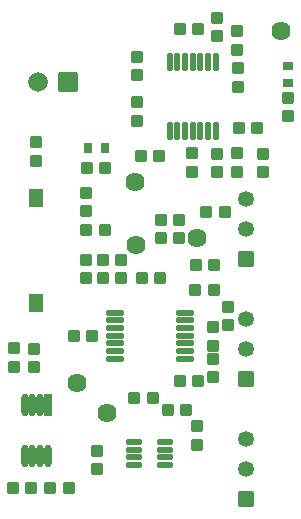
<source format=gbr>
%TF.GenerationSoftware,KiCad,Pcbnew,7.0.7*%
%TF.CreationDate,2023-10-04T23:23:26-04:00*%
%TF.ProjectId,AcousticsSingleChannel,41636f75-7374-4696-9373-53696e676c65,rev?*%
%TF.SameCoordinates,Original*%
%TF.FileFunction,Soldermask,Top*%
%TF.FilePolarity,Negative*%
%FSLAX46Y46*%
G04 Gerber Fmt 4.6, Leading zero omitted, Abs format (unit mm)*
G04 Created by KiCad (PCBNEW 7.0.7) date 2023-10-04 23:23:26*
%MOMM*%
%LPD*%
G01*
G04 APERTURE LIST*
G04 Aperture macros list*
%AMRoundRect*
0 Rectangle with rounded corners*
0 $1 Rounding radius*
0 $2 $3 $4 $5 $6 $7 $8 $9 X,Y pos of 4 corners*
0 Add a 4 corners polygon primitive as box body*
4,1,4,$2,$3,$4,$5,$6,$7,$8,$9,$2,$3,0*
0 Add four circle primitives for the rounded corners*
1,1,$1+$1,$2,$3*
1,1,$1+$1,$4,$5*
1,1,$1+$1,$6,$7*
1,1,$1+$1,$8,$9*
0 Add four rect primitives between the rounded corners*
20,1,$1+$1,$2,$3,$4,$5,0*
20,1,$1+$1,$4,$5,$6,$7,0*
20,1,$1+$1,$6,$7,$8,$9,0*
20,1,$1+$1,$8,$9,$2,$3,0*%
G04 Aperture macros list end*
%ADD10RoundRect,0.099500X0.175500X0.650500X-0.175500X0.650500X-0.175500X-0.650500X0.175500X-0.650500X0*%
%ADD11RoundRect,0.099500X0.650500X-0.175500X0.650500X0.175500X-0.650500X0.175500X-0.650500X-0.175500X0*%
%ADD12RoundRect,0.050000X-0.425000X-0.425000X0.425000X-0.425000X0.425000X0.425000X-0.425000X0.425000X0*%
%ADD13C,1.624000*%
%ADD14RoundRect,0.050000X-0.425000X0.425000X-0.425000X-0.425000X0.425000X-0.425000X0.425000X0.425000X0*%
%ADD15RoundRect,0.050000X0.425000X0.425000X-0.425000X0.425000X-0.425000X-0.425000X0.425000X-0.425000X0*%
%ADD16RoundRect,0.050000X-0.300000X-0.400000X0.300000X-0.400000X0.300000X0.400000X-0.300000X0.400000X0*%
%ADD17RoundRect,0.050000X0.610000X-0.200000X0.610000X0.200000X-0.610000X0.200000X-0.610000X-0.200000X0*%
%ADD18RoundRect,0.050000X0.625000X-0.625000X0.625000X0.625000X-0.625000X0.625000X-0.625000X-0.625000X0*%
%ADD19C,1.350000*%
%ADD20RoundRect,0.050000X0.550000X0.750000X-0.550000X0.750000X-0.550000X-0.750000X0.550000X-0.750000X0*%
%ADD21RoundRect,0.050000X0.425000X-0.425000X0.425000X0.425000X-0.425000X0.425000X-0.425000X-0.425000X0*%
%ADD22RoundRect,0.050000X-0.247465X0.920210X-0.247465X-0.920210X0.247465X-0.920210X0.247465X0.920210X0*%
%ADD23RoundRect,0.297465X0.000000X0.672745X0.000000X-0.672745X0.000000X-0.672745X0.000000X0.672745X0*%
%ADD24RoundRect,0.050000X0.400000X-0.300000X0.400000X0.300000X-0.400000X0.300000X-0.400000X-0.300000X0*%
%ADD25RoundRect,0.050000X-0.400000X0.300000X-0.400000X-0.300000X0.400000X-0.300000X0.400000X0.300000X0*%
%ADD26RoundRect,0.050000X0.785000X0.785000X-0.785000X0.785000X-0.785000X-0.785000X0.785000X-0.785000X0*%
%ADD27C,1.670000*%
G04 APERTURE END LIST*
D10*
%TO.C,U1*%
X150077490Y-89603575D03*
X150727490Y-89603575D03*
X151377490Y-89603575D03*
X152027490Y-89603575D03*
X152677490Y-89603575D03*
X153327490Y-89603575D03*
X153977490Y-89603575D03*
X153977490Y-83703575D03*
X153327490Y-83703575D03*
X152677490Y-83703575D03*
X152027490Y-83703575D03*
X151377490Y-83703575D03*
X150727490Y-83703575D03*
X150077490Y-83703575D03*
%TD*%
D11*
%TO.C,U2*%
X145486310Y-104943845D03*
X145486310Y-105593845D03*
X145486310Y-106243845D03*
X145486310Y-106893845D03*
X145486310Y-107543845D03*
X145486310Y-108193845D03*
X145486310Y-108843845D03*
X151386310Y-108843845D03*
X151386310Y-108193845D03*
X151386310Y-107543845D03*
X151386310Y-106893845D03*
X151386310Y-106243845D03*
X151386310Y-105593845D03*
X151386310Y-104943845D03*
%TD*%
D12*
%TO.C,R7*%
X144410870Y-102000635D03*
X145960870Y-102000635D03*
%TD*%
D13*
%TO.C,*%
X147104060Y-93902005D03*
%TD*%
D14*
%TO.C,C13*%
X136861850Y-107967815D03*
X136861850Y-109517815D03*
%TD*%
%TO.C,R5*%
X138763400Y-90530635D03*
X138763400Y-92080635D03*
%TD*%
D15*
%TO.C,R13*%
X152494670Y-110704375D03*
X150944670Y-110704375D03*
%TD*%
D16*
%TO.C,D2*%
X143143250Y-91021295D03*
X144593250Y-91021295D03*
%TD*%
D14*
%TO.C,R15*%
X153708060Y-106195005D03*
X153708060Y-107745005D03*
%TD*%
D12*
%TO.C,C17*%
X141946670Y-106890185D03*
X143496670Y-106890185D03*
%TD*%
D15*
%TO.C,R21*%
X144628910Y-92670045D03*
X143078910Y-92670045D03*
%TD*%
D12*
%TO.C,C2*%
X147640580Y-91676535D03*
X149190580Y-91676535D03*
%TD*%
D15*
%TO.C,R10*%
X157494670Y-89317815D03*
X155944670Y-89317815D03*
%TD*%
D17*
%TO.C,U3*%
X147064060Y-115914005D03*
X147064060Y-116564005D03*
X147064060Y-117214005D03*
X147064060Y-117864005D03*
X149684060Y-117864005D03*
X149684060Y-117214005D03*
X149684060Y-116564005D03*
X149684060Y-115914005D03*
%TD*%
D14*
%TO.C,C18*%
X138549900Y-108012515D03*
X138549900Y-109562515D03*
%TD*%
D15*
%TO.C,C8*%
X148633440Y-112158055D03*
X147083440Y-112158055D03*
%TD*%
D14*
%TO.C,C1*%
X147321410Y-87141055D03*
X147321410Y-88691055D03*
%TD*%
D12*
%TO.C,R17*%
X149898060Y-113206005D03*
X151448060Y-113206005D03*
%TD*%
D15*
%TO.C,R26*%
X138341060Y-119810005D03*
X136791060Y-119810005D03*
%TD*%
D18*
%TO.C,J3*%
X156497060Y-100379005D03*
D19*
X156497060Y-97839005D03*
X156497060Y-95299005D03*
%TD*%
D12*
%TO.C,R27*%
X139966060Y-119810005D03*
X141516060Y-119810005D03*
%TD*%
D14*
%TO.C,R3*%
X154047310Y-79978095D03*
X154047310Y-81528095D03*
%TD*%
D20*
%TO.C,SW2*%
X138763400Y-95253425D03*
X138763400Y-104153435D03*
%TD*%
D13*
%TO.C,*%
X159495850Y-81065985D03*
%TD*%
D14*
%TO.C,R25*%
X160108210Y-86769675D03*
X160108210Y-88319675D03*
%TD*%
%TO.C,C6*%
X142991540Y-100485005D03*
X142991540Y-102035005D03*
%TD*%
D13*
%TO.C,*%
X147193130Y-99264135D03*
%TD*%
D14*
%TO.C,C11*%
X143942690Y-116629235D03*
X143942690Y-118179235D03*
%TD*%
D15*
%TO.C,R12*%
X153835060Y-100887005D03*
X152285060Y-100887005D03*
%TD*%
D13*
%TO.C,*%
X142198850Y-110921425D03*
%TD*%
D12*
%TO.C,R2*%
X150921650Y-80924615D03*
X152471650Y-80924615D03*
%TD*%
D15*
%TO.C,R11*%
X144578190Y-97988195D03*
X143028190Y-97988195D03*
%TD*%
D21*
%TO.C,R6*%
X154087290Y-93036605D03*
X154087290Y-91486605D03*
%TD*%
D12*
%TO.C,C7*%
X149341340Y-98610085D03*
X150891340Y-98610085D03*
%TD*%
D21*
%TO.C,R4*%
X147339090Y-84856075D03*
X147339090Y-83306075D03*
%TD*%
D12*
%TO.C,R14*%
X147694940Y-102013725D03*
X149244940Y-102013725D03*
%TD*%
D21*
%TO.C,C16*%
X151935160Y-91461515D03*
X151935160Y-93011515D03*
%TD*%
D13*
%TO.C,*%
X144809960Y-113461855D03*
%TD*%
D18*
%TO.C,J1*%
X156497060Y-110539005D03*
D19*
X156497060Y-107999005D03*
X156497060Y-105459005D03*
%TD*%
D15*
%TO.C,R16*%
X150871210Y-97114215D03*
X149321210Y-97114215D03*
%TD*%
D14*
%TO.C,R1*%
X155815290Y-81133515D03*
X155815290Y-82683515D03*
%TD*%
D21*
%TO.C,C10*%
X153708060Y-110412005D03*
X153708060Y-108862005D03*
%TD*%
D14*
%TO.C,R8*%
X155898990Y-84263195D03*
X155898990Y-85813195D03*
%TD*%
%TO.C,C15*%
X154978060Y-104443005D03*
X154978060Y-105993005D03*
%TD*%
D18*
%TO.C,J2*%
X156502060Y-120699005D03*
D19*
X156502060Y-118159005D03*
X156502060Y-115619005D03*
%TD*%
D14*
%TO.C,C3*%
X155740060Y-91463005D03*
X155740060Y-93013005D03*
%TD*%
%TO.C,C12*%
X152381510Y-114578945D03*
X152381510Y-116128945D03*
%TD*%
D12*
%TO.C,C14*%
X153174060Y-96442005D03*
X154724060Y-96442005D03*
%TD*%
D22*
%TO.C,U4*%
X139759800Y-112741965D03*
D23*
X139109800Y-112741965D03*
X138459800Y-112741965D03*
X137809800Y-112741965D03*
X137809800Y-117061665D03*
X138459800Y-117061665D03*
X139109800Y-117061665D03*
X139759800Y-117061665D03*
%TD*%
D24*
%TO.C,D1*%
X160059220Y-85526345D03*
D25*
X160059220Y-84076345D03*
%TD*%
D14*
%TO.C,C5*%
X158011820Y-91486605D03*
X158011820Y-93036605D03*
%TD*%
D26*
%TO.C,J8*%
X141424670Y-85460765D03*
D27*
X138884670Y-85460765D03*
%TD*%
D12*
%TO.C,C9*%
X152257210Y-102999515D03*
X153807210Y-102999515D03*
%TD*%
%TO.C,C4*%
X144400800Y-100492295D03*
X145950800Y-100492295D03*
%TD*%
D13*
%TO.C,*%
X152396430Y-98598235D03*
%TD*%
D14*
%TO.C,R9*%
X142976990Y-94825455D03*
X142976990Y-96375455D03*
%TD*%
M02*

</source>
